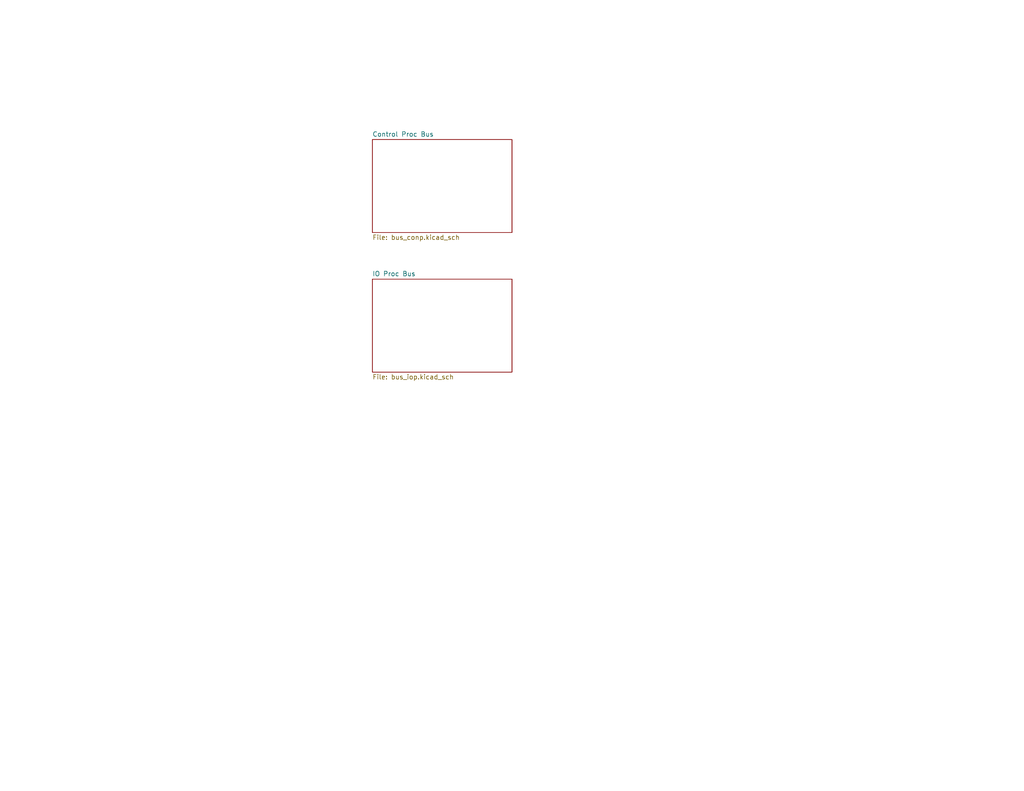
<source format=kicad_sch>
(kicad_sch (version 20211123) (generator eeschema)
  (paper "USLetter")
  (title_block (title "1240-Pi Proto ROM Pack") (date "2022-05-21") (rev "1.0") (company "© 2022 Sam Hanes, licensed under CERN-OHL-S v2+") (comment 1 "https://github.com/Elemecca/1240pi"))
  (lib_symbols)
  (sheet (at 101.6 38.1) (size 38.1 25.4) (stroke (width 0.1524))
    (property "Sheet name" "Control Proc Bus" (at 101.6 37.3884 0) (effects (justify left bottom)))
    (property "Sheet file" "bus_conp.kicad_sch" (at 101.6 64.0846 0) (effects (justify left top)))
  )
  (sheet (at 101.6 76.2) (size 38.1 25.4) (stroke (width 0.1524))
    (property "Sheet name" "IO Proc Bus" (at 101.6 75.4884 0) (effects (justify left bottom)))
    (property "Sheet file" "bus_iop.kicad_sch" (at 101.6 102.1846 0) (effects (justify left top)))
  )
)
</source>
